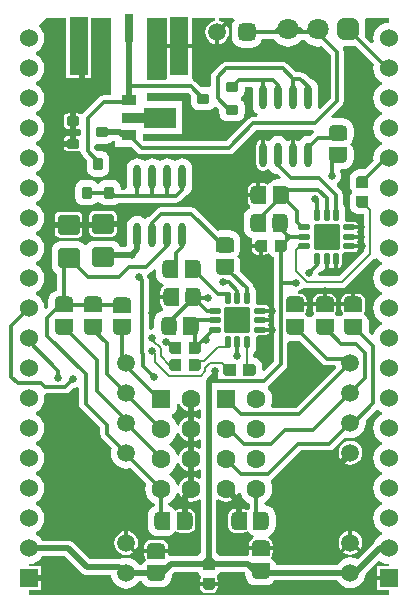
<source format=gtl>
G04 Layer_Physical_Order=1*
G04 Layer_Color=255*
%FSAX24Y24*%
%MOIN*%
G70*
G01*
G75*
G04:AMPARAMS|DCode=10|XSize=59.1mil|YSize=51.2mil|CornerRadius=12.8mil|HoleSize=0mil|Usage=FLASHONLY|Rotation=270.000|XOffset=0mil|YOffset=0mil|HoleType=Round|Shape=RoundedRectangle|*
%AMROUNDEDRECTD10*
21,1,0.0591,0.0256,0,0,270.0*
21,1,0.0335,0.0512,0,0,270.0*
1,1,0.0256,-0.0128,-0.0167*
1,1,0.0256,-0.0128,0.0167*
1,1,0.0256,0.0128,0.0167*
1,1,0.0256,0.0128,-0.0167*
%
%ADD10ROUNDEDRECTD10*%
G04:AMPARAMS|DCode=11|XSize=39.4mil|YSize=39.4mil|CornerRadius=9.8mil|HoleSize=0mil|Usage=FLASHONLY|Rotation=180.000|XOffset=0mil|YOffset=0mil|HoleType=Round|Shape=RoundedRectangle|*
%AMROUNDEDRECTD11*
21,1,0.0394,0.0197,0,0,180.0*
21,1,0.0197,0.0394,0,0,180.0*
1,1,0.0197,-0.0098,0.0098*
1,1,0.0197,0.0098,0.0098*
1,1,0.0197,0.0098,-0.0098*
1,1,0.0197,-0.0098,-0.0098*
%
%ADD11ROUNDEDRECTD11*%
G04:AMPARAMS|DCode=12|XSize=32mil|YSize=40mil|CornerRadius=4mil|HoleSize=0mil|Usage=FLASHONLY|Rotation=270.000|XOffset=0mil|YOffset=0mil|HoleType=Round|Shape=RoundedRectangle|*
%AMROUNDEDRECTD12*
21,1,0.0320,0.0320,0,0,270.0*
21,1,0.0240,0.0400,0,0,270.0*
1,1,0.0080,-0.0160,-0.0120*
1,1,0.0080,-0.0160,0.0120*
1,1,0.0080,0.0160,0.0120*
1,1,0.0080,0.0160,-0.0120*
%
%ADD12ROUNDEDRECTD12*%
%ADD13R,0.1063X0.0669*%
%ADD14R,0.0512X0.0354*%
%ADD15R,0.0748X0.0354*%
%ADD16R,0.0630X0.1929*%
%ADD17R,0.0276X0.0925*%
G04:AMPARAMS|DCode=18|XSize=39.4mil|YSize=39.4mil|CornerRadius=9.8mil|HoleSize=0mil|Usage=FLASHONLY|Rotation=90.000|XOffset=0mil|YOffset=0mil|HoleType=Round|Shape=RoundedRectangle|*
%AMROUNDEDRECTD18*
21,1,0.0394,0.0197,0,0,90.0*
21,1,0.0197,0.0394,0,0,90.0*
1,1,0.0197,0.0098,0.0098*
1,1,0.0197,0.0098,-0.0098*
1,1,0.0197,-0.0098,-0.0098*
1,1,0.0197,-0.0098,0.0098*
%
%ADD18ROUNDEDRECTD18*%
G04:AMPARAMS|DCode=19|XSize=59.1mil|YSize=51.2mil|CornerRadius=12.8mil|HoleSize=0mil|Usage=FLASHONLY|Rotation=0.000|XOffset=0mil|YOffset=0mil|HoleType=Round|Shape=RoundedRectangle|*
%AMROUNDEDRECTD19*
21,1,0.0591,0.0256,0,0,0.0*
21,1,0.0335,0.0512,0,0,0.0*
1,1,0.0256,0.0167,-0.0128*
1,1,0.0256,-0.0167,-0.0128*
1,1,0.0256,-0.0167,0.0128*
1,1,0.0256,0.0167,0.0128*
%
%ADD19ROUNDEDRECTD19*%
G04:AMPARAMS|DCode=20|XSize=70.9mil|YSize=65mil|CornerRadius=4.9mil|HoleSize=0mil|Usage=FLASHONLY|Rotation=0.000|XOffset=0mil|YOffset=0mil|HoleType=Round|Shape=RoundedRectangle|*
%AMROUNDEDRECTD20*
21,1,0.0709,0.0552,0,0,0.0*
21,1,0.0611,0.0650,0,0,0.0*
1,1,0.0097,0.0306,-0.0276*
1,1,0.0097,-0.0306,-0.0276*
1,1,0.0097,-0.0306,0.0276*
1,1,0.0097,0.0306,0.0276*
%
%ADD20ROUNDEDRECTD20*%
G04:AMPARAMS|DCode=21|XSize=32mil|YSize=40mil|CornerRadius=4mil|HoleSize=0mil|Usage=FLASHONLY|Rotation=0.000|XOffset=0mil|YOffset=0mil|HoleType=Round|Shape=RoundedRectangle|*
%AMROUNDEDRECTD21*
21,1,0.0320,0.0320,0,0,0.0*
21,1,0.0240,0.0400,0,0,0.0*
1,1,0.0080,0.0120,-0.0160*
1,1,0.0080,-0.0120,-0.0160*
1,1,0.0080,-0.0120,0.0160*
1,1,0.0080,0.0120,0.0160*
%
%ADD21ROUNDEDRECTD21*%
G04:AMPARAMS|DCode=22|XSize=17.7mil|YSize=43.3mil|CornerRadius=4.4mil|HoleSize=0mil|Usage=FLASHONLY|Rotation=90.000|XOffset=0mil|YOffset=0mil|HoleType=Round|Shape=RoundedRectangle|*
%AMROUNDEDRECTD22*
21,1,0.0177,0.0344,0,0,90.0*
21,1,0.0089,0.0433,0,0,90.0*
1,1,0.0089,0.0172,0.0044*
1,1,0.0089,0.0172,-0.0044*
1,1,0.0089,-0.0172,-0.0044*
1,1,0.0089,-0.0172,0.0044*
%
%ADD22ROUNDEDRECTD22*%
G04:AMPARAMS|DCode=23|XSize=17.7mil|YSize=43.3mil|CornerRadius=4.4mil|HoleSize=0mil|Usage=FLASHONLY|Rotation=0.000|XOffset=0mil|YOffset=0mil|HoleType=Round|Shape=RoundedRectangle|*
%AMROUNDEDRECTD23*
21,1,0.0177,0.0344,0,0,0.0*
21,1,0.0089,0.0433,0,0,0.0*
1,1,0.0089,0.0044,-0.0172*
1,1,0.0089,-0.0044,-0.0172*
1,1,0.0089,-0.0044,0.0172*
1,1,0.0089,0.0044,0.0172*
%
%ADD23ROUNDEDRECTD23*%
G04:AMPARAMS|DCode=24|XSize=84.6mil|YSize=84.6mil|CornerRadius=4.2mil|HoleSize=0mil|Usage=FLASHONLY|Rotation=90.000|XOffset=0mil|YOffset=0mil|HoleType=Round|Shape=RoundedRectangle|*
%AMROUNDEDRECTD24*
21,1,0.0846,0.0762,0,0,90.0*
21,1,0.0762,0.0846,0,0,90.0*
1,1,0.0085,0.0381,0.0381*
1,1,0.0085,0.0381,-0.0381*
1,1,0.0085,-0.0381,-0.0381*
1,1,0.0085,-0.0381,0.0381*
%
%ADD24ROUNDEDRECTD24*%
%ADD25O,0.0236X0.0827*%
%ADD26C,0.0197*%
%ADD27C,0.0118*%
%ADD28C,0.0079*%
%ADD29R,0.0256X0.0591*%
%ADD30R,0.0394X0.0217*%
%ADD31R,0.0217X0.0394*%
%ADD32R,0.0591X0.0256*%
%ADD33C,0.0591*%
%ADD34C,0.0709*%
G04:AMPARAMS|DCode=35|XSize=70.9mil|YSize=70.9mil|CornerRadius=17.7mil|HoleSize=0mil|Usage=FLASHONLY|Rotation=180.000|XOffset=0mil|YOffset=0mil|HoleType=Round|Shape=RoundedRectangle|*
%AMROUNDEDRECTD35*
21,1,0.0709,0.0354,0,0,180.0*
21,1,0.0354,0.0709,0,0,180.0*
1,1,0.0354,-0.0177,0.0177*
1,1,0.0354,0.0177,0.0177*
1,1,0.0354,0.0177,-0.0177*
1,1,0.0354,-0.0177,-0.0177*
%
%ADD35ROUNDEDRECTD35*%
G04:AMPARAMS|DCode=36|XSize=59.1mil|YSize=59.1mil|CornerRadius=14.8mil|HoleSize=0mil|Usage=FLASHONLY|Rotation=180.000|XOffset=0mil|YOffset=0mil|HoleType=Round|Shape=RoundedRectangle|*
%AMROUNDEDRECTD36*
21,1,0.0591,0.0295,0,0,180.0*
21,1,0.0295,0.0591,0,0,180.0*
1,1,0.0295,-0.0148,0.0148*
1,1,0.0295,0.0148,0.0148*
1,1,0.0295,0.0148,-0.0148*
1,1,0.0295,-0.0148,-0.0148*
%
%ADD36ROUNDEDRECTD36*%
%ADD37C,0.0630*%
G04:AMPARAMS|DCode=38|XSize=63mil|YSize=63mil|CornerRadius=7.9mil|HoleSize=0mil|Usage=FLASHONLY|Rotation=270.000|XOffset=0mil|YOffset=0mil|HoleType=Round|Shape=RoundedRectangle|*
%AMROUNDEDRECTD38*
21,1,0.0630,0.0472,0,0,270.0*
21,1,0.0472,0.0630,0,0,270.0*
1,1,0.0157,-0.0236,-0.0236*
1,1,0.0157,-0.0236,0.0236*
1,1,0.0157,0.0236,0.0236*
1,1,0.0157,0.0236,-0.0236*
%
%ADD38ROUNDEDRECTD38*%
%ADD39C,0.0600*%
%ADD40R,0.0600X0.0600*%
%ADD41C,0.0256*%
G36*
X045413Y034116D02*
X045480Y034029D01*
X045566Y033962D01*
X045667Y033921D01*
X045776Y033906D01*
X045884Y033921D01*
X045985Y033962D01*
X046021Y033990D01*
X046100Y033952D01*
Y033698D01*
X046021Y033659D01*
X045985Y033687D01*
X045884Y033729D01*
X045776Y033743D01*
X045667Y033729D01*
X045566Y033687D01*
X045480Y033621D01*
X045413Y033534D01*
X045375Y033443D01*
X045369Y033442D01*
X045293Y033464D01*
X045240Y033593D01*
X045155Y033704D01*
X045122Y033729D01*
X045133Y033819D01*
X045161Y033831D01*
X045222Y033878D01*
X045270Y033940D01*
X045299Y034011D01*
X045310Y034089D01*
Y034160D01*
X045388Y034175D01*
X045413Y034116D01*
D02*
G37*
G36*
X051994Y033978D02*
X052102Y033895D01*
X052124Y033886D01*
Y033807D01*
X052102Y033798D01*
X051994Y033715D01*
X051911Y033607D01*
X051859Y033481D01*
X051841Y033346D01*
X051859Y033212D01*
X051911Y033086D01*
X051994Y032978D01*
X052102Y032895D01*
X052124Y032886D01*
Y032807D01*
X052102Y032798D01*
X051994Y032715D01*
X051911Y032607D01*
X051859Y032481D01*
X051841Y032346D01*
X051859Y032212D01*
X051911Y032086D01*
X051994Y031978D01*
X052102Y031895D01*
X052124Y031886D01*
Y031807D01*
X052102Y031798D01*
X051994Y031715D01*
X051911Y031607D01*
X051859Y031481D01*
X051841Y031346D01*
X051859Y031212D01*
X051911Y031086D01*
X051994Y030978D01*
X052102Y030895D01*
X052124Y030886D01*
Y030807D01*
X052102Y030798D01*
X051994Y030715D01*
X051911Y030607D01*
X051859Y030481D01*
X051841Y030346D01*
X051859Y030212D01*
X051911Y030086D01*
X051994Y029978D01*
X052102Y029895D01*
X052124Y029886D01*
Y029807D01*
X052102Y029798D01*
X051994Y029715D01*
X051911Y029607D01*
X051882Y029538D01*
X051871Y029529D01*
X051335Y028993D01*
X051216Y029042D01*
X051083Y029060D01*
X050949Y029042D01*
X050825Y028990D01*
X050718Y028908D01*
X050636Y028801D01*
X048596D01*
X048594Y028820D01*
X048559Y028904D01*
X048504Y028976D01*
X048471Y029001D01*
X048435Y029043D01*
X048455Y029107D01*
X048473Y029134D01*
X048490Y029222D01*
Y029478D01*
X048473Y029567D01*
X048422Y029643D01*
X048351Y029690D01*
X048348Y029715D01*
X048351Y029772D01*
X048412Y029798D01*
X048484Y029853D01*
X048539Y029925D01*
X048574Y030008D01*
X048586Y030098D01*
Y030433D01*
X048574Y030523D01*
X048539Y030607D01*
X048484Y030679D01*
X048412Y030734D01*
X048328Y030769D01*
X048238Y030781D01*
X048222D01*
X048206Y030859D01*
X048209Y030861D01*
X048320Y030946D01*
X048405Y031057D01*
X048459Y031186D01*
X048477Y031325D01*
X048459Y031464D01*
X048424Y031547D01*
X048422Y031611D01*
X048459Y031652D01*
X048493Y031675D01*
X049432Y032614D01*
X050374D01*
X050458Y032631D01*
X050530Y032679D01*
X050912Y033060D01*
X050949Y033045D01*
X051083Y033027D01*
X051216Y033045D01*
X051341Y033096D01*
X051448Y033178D01*
X051530Y033285D01*
X051581Y033410D01*
X051599Y033543D01*
X051590Y033611D01*
X051960Y033980D01*
X051994Y033978D01*
D02*
G37*
G36*
X044603Y038637D02*
Y038494D01*
X044615Y038404D01*
X044650Y038320D01*
X044705Y038248D01*
X044777Y038193D01*
X044844Y038165D01*
X044857Y038111D01*
X044854Y038080D01*
X044806Y038048D01*
X044756Y037973D01*
X044738Y037884D01*
Y037549D01*
X044756Y037460D01*
X044806Y037385D01*
X044844Y037360D01*
X044825Y037278D01*
X044802Y037275D01*
X044718Y037240D01*
X044646Y037185D01*
X044591Y037113D01*
X044556Y037029D01*
X044544Y036939D01*
Y036714D01*
X044466Y036645D01*
X044459Y036646D01*
X044433Y036643D01*
X044355Y036703D01*
Y038287D01*
X044338Y038372D01*
X044311Y038411D01*
X044304Y038470D01*
X044325Y038510D01*
X044356Y038516D01*
X044428Y038564D01*
X044531Y038667D01*
X044603Y038637D01*
D02*
G37*
G36*
X049065Y036257D02*
X049395D01*
X050139Y035513D01*
X050211Y035465D01*
X050295Y035449D01*
X050579D01*
X050584Y035410D01*
X050600Y035372D01*
X049267Y034040D01*
X048483D01*
X048431Y034118D01*
X048459Y034186D01*
X048477Y034325D01*
X048459Y034464D01*
X048405Y034593D01*
X048345Y034671D01*
X048345Y034754D01*
X048356Y034776D01*
X048916Y035336D01*
X048964Y035408D01*
X048981Y035492D01*
Y036208D01*
X049040Y036260D01*
X049065Y036257D01*
D02*
G37*
G36*
X045375Y033206D02*
X045413Y033116D01*
X045480Y033029D01*
X045566Y032962D01*
X045667Y032921D01*
X045776Y032906D01*
X045884Y032921D01*
X045985Y032962D01*
X046021Y032990D01*
X046100Y032952D01*
Y032698D01*
X046021Y032659D01*
X045985Y032687D01*
X045884Y032729D01*
X045776Y032743D01*
X045667Y032729D01*
X045566Y032687D01*
X045480Y032621D01*
X045413Y032534D01*
X045375Y032443D01*
X045369Y032442D01*
X045293Y032464D01*
X045240Y032593D01*
X045155Y032704D01*
X045055Y032780D01*
X045049Y032825D01*
X045055Y032869D01*
X045155Y032946D01*
X045240Y033057D01*
X045293Y033186D01*
X045369Y033208D01*
X045375Y033206D01*
D02*
G37*
G36*
X041992Y034712D02*
X042033Y034684D01*
Y034173D01*
X042050Y034089D01*
X042098Y034017D01*
X042742Y033373D01*
Y033167D01*
X042759Y033083D01*
X042806Y033011D01*
X043119Y032699D01*
X043104Y032661D01*
X043086Y032528D01*
X043104Y032394D01*
X043155Y032269D01*
X043237Y032163D01*
X043344Y032080D01*
X043469Y032029D01*
X043602Y032011D01*
X043736Y032029D01*
X043752Y032036D01*
X044277Y031511D01*
X044258Y031464D01*
X044240Y031325D01*
X044258Y031186D01*
X044311Y031057D01*
X044397Y030946D01*
X044508Y030861D01*
X044555Y030841D01*
Y030756D01*
X044501Y030734D01*
X044430Y030679D01*
X044374Y030607D01*
X044340Y030523D01*
X044328Y030433D01*
Y030098D01*
X044340Y030008D01*
X044374Y029925D01*
X044430Y029853D01*
X044501Y029798D01*
X044585Y029763D01*
X044675Y029751D01*
X044931D01*
X045021Y029763D01*
X045105Y029798D01*
X045177Y029853D01*
X045202Y029885D01*
X045244Y029921D01*
X045308Y029902D01*
X045334Y029884D01*
X045423Y029866D01*
X045679D01*
X045768Y029884D01*
X045843Y029934D01*
X045894Y030009D01*
X045912Y030098D01*
Y030433D01*
X045894Y030522D01*
X045843Y030597D01*
X045768Y030648D01*
X045679Y030665D01*
X045423D01*
X045334Y030648D01*
X045308Y030630D01*
X045244Y030610D01*
X045202Y030647D01*
X045177Y030679D01*
X045105Y030734D01*
X045022Y030768D01*
X045021Y030772D01*
X045015Y030849D01*
X045044Y030861D01*
X045155Y030946D01*
X045240Y031057D01*
X045293Y031186D01*
X045369Y031208D01*
X045375Y031206D01*
X045413Y031116D01*
X045480Y031029D01*
X045566Y030962D01*
X045667Y030921D01*
X045776Y030906D01*
X045884Y030921D01*
X045985Y030962D01*
X046021Y030990D01*
X046100Y030952D01*
Y029202D01*
X046035Y029152D01*
X045985Y029087D01*
X045098D01*
X045074Y029084D01*
X045010Y029141D01*
X045006Y029151D01*
Y029400D01*
X044988Y029489D01*
X044938Y029564D01*
X044863Y029614D01*
X044774Y029632D01*
X044439D01*
X044350Y029614D01*
X044275Y029564D01*
X044224Y029489D01*
X044207Y029400D01*
Y029144D01*
X044224Y029055D01*
X044242Y029028D01*
X044262Y028964D01*
X044225Y028922D01*
X044193Y028897D01*
X044138Y028825D01*
X044124Y028790D01*
X044049Y028786D01*
X043967Y028893D01*
X043860Y028975D01*
X043736Y029026D01*
X043602Y029044D01*
X043469Y029026D01*
X043354Y028979D01*
X042410D01*
X041860Y029529D01*
X041806Y029570D01*
X041744Y029596D01*
X041677Y029605D01*
X040807D01*
X040806Y029607D01*
X040723Y029715D01*
X040615Y029798D01*
X040592Y029807D01*
Y029886D01*
X040615Y029895D01*
X040723Y029978D01*
X040806Y030086D01*
X040858Y030212D01*
X040875Y030346D01*
X040858Y030481D01*
X040806Y030607D01*
X040723Y030715D01*
X040615Y030798D01*
X040592Y030807D01*
Y030886D01*
X040615Y030895D01*
X040723Y030978D01*
X040806Y031086D01*
X040858Y031212D01*
X040875Y031346D01*
X040858Y031481D01*
X040806Y031607D01*
X040723Y031715D01*
X040615Y031798D01*
X040592Y031807D01*
Y031886D01*
X040615Y031895D01*
X040723Y031978D01*
X040806Y032086D01*
X040858Y032212D01*
X040875Y032346D01*
X040858Y032481D01*
X040806Y032607D01*
X040723Y032715D01*
X040615Y032798D01*
X040592Y032807D01*
Y032886D01*
X040615Y032895D01*
X040723Y032978D01*
X040806Y033086D01*
X040858Y033212D01*
X040875Y033346D01*
X040858Y033481D01*
X040806Y033607D01*
X040723Y033715D01*
X040615Y033798D01*
X040592Y033807D01*
Y033886D01*
X040615Y033895D01*
X040723Y033978D01*
X040806Y034086D01*
X040858Y034212D01*
X040875Y034346D01*
X040863Y034440D01*
X040872Y034459D01*
X040918Y034508D01*
X040929Y034513D01*
X041575D01*
X041659Y034530D01*
X041731Y034578D01*
X041849Y034696D01*
X041895Y034702D01*
X041954Y034727D01*
X041992Y034712D01*
D02*
G37*
G36*
X042121Y028538D02*
X042174Y028497D01*
X042236Y028471D01*
X042303Y028462D01*
X043095D01*
X043104Y028394D01*
X043155Y028269D01*
X043237Y028163D01*
X043344Y028080D01*
X043469Y028029D01*
X043602Y028011D01*
X043736Y028029D01*
X043860Y028080D01*
X043967Y028163D01*
X044046Y028265D01*
X044122Y028260D01*
X044138Y028222D01*
X044193Y028150D01*
X044265Y028095D01*
X044349Y028060D01*
X044439Y028048D01*
X044774D01*
X044864Y028060D01*
X044947Y028095D01*
X045019Y028150D01*
X045075Y028222D01*
X045109Y028306D01*
X045121Y028396D01*
Y028486D01*
X045205Y028571D01*
X045985D01*
X046035Y028506D01*
X046080Y028471D01*
X046100Y028433D01*
X046097Y028372D01*
X046073Y028335D01*
X046058Y028258D01*
Y028061D01*
X046073Y027984D01*
X046117Y027918D01*
X046182Y027874D01*
X046260Y027859D01*
X046457D01*
X046534Y027874D01*
X046600Y027918D01*
X046644Y027984D01*
X046659Y028061D01*
Y028258D01*
X046644Y028335D01*
X046619Y028372D01*
X046617Y028433D01*
X046636Y028471D01*
X046681Y028506D01*
X046731Y028571D01*
X047551D01*
X047576Y028545D01*
Y028474D01*
X047588Y028384D01*
X047622Y028301D01*
X047678Y028229D01*
X047750Y028173D01*
X047833Y028139D01*
X047923Y028127D01*
X048258D01*
X048348Y028139D01*
X048432Y028173D01*
X048504Y028229D01*
X048547Y028285D01*
X050636D01*
X050718Y028178D01*
X050825Y028096D01*
X050949Y028045D01*
X051083Y028027D01*
X051216Y028045D01*
X051341Y028096D01*
X051448Y028178D01*
X051530Y028285D01*
X051581Y028410D01*
X051596Y028525D01*
X052025Y028954D01*
X052102Y028895D01*
X052227Y028843D01*
X052362Y028825D01*
Y028746D01*
X051962D01*
Y027946D01*
X052362D01*
Y027780D01*
X040354D01*
Y027946D01*
X040754D01*
Y028746D01*
X040354D01*
Y028825D01*
X040489Y028843D01*
X040615Y028895D01*
X040723Y028978D01*
X040806Y029086D01*
X040807Y029088D01*
X041570D01*
X042121Y028538D01*
D02*
G37*
G36*
X045375Y032206D02*
X045413Y032116D01*
X045480Y032029D01*
X045566Y031962D01*
X045667Y031921D01*
X045776Y031906D01*
X045884Y031921D01*
X045985Y031962D01*
X046021Y031990D01*
X046100Y031952D01*
Y031698D01*
X046021Y031659D01*
X045985Y031687D01*
X045884Y031729D01*
X045776Y031743D01*
X045667Y031729D01*
X045566Y031687D01*
X045480Y031621D01*
X045413Y031534D01*
X045375Y031443D01*
X045369Y031442D01*
X045293Y031464D01*
X045240Y031593D01*
X045155Y031704D01*
X045055Y031780D01*
X045049Y031825D01*
X045055Y031869D01*
X045155Y031946D01*
X045240Y032057D01*
X045293Y032186D01*
X045369Y032208D01*
X045375Y032206D01*
D02*
G37*
G36*
X047423Y031186D02*
X047477Y031057D01*
X047562Y030946D01*
X047673Y030861D01*
X047720Y030841D01*
Y030663D01*
X047660Y030613D01*
X047606Y030630D01*
X047579Y030648D01*
X047490Y030665D01*
X047234D01*
X047145Y030648D01*
X047070Y030597D01*
X047020Y030522D01*
X047002Y030433D01*
Y030098D01*
X047020Y030009D01*
X047070Y029934D01*
X047145Y029884D01*
X047234Y029866D01*
X047490D01*
X047579Y029884D01*
X047606Y029902D01*
X047670Y029921D01*
X047712Y029885D01*
X047737Y029853D01*
X047809Y029798D01*
X047856Y029778D01*
X047848Y029696D01*
X047834Y029693D01*
X047759Y029643D01*
X047709Y029567D01*
X047691Y029478D01*
Y029222D01*
X047703Y029160D01*
X047669Y029105D01*
X047667Y029103D01*
X047645Y029087D01*
X046731D01*
X046681Y029152D01*
X046616Y029202D01*
Y030952D01*
X046695Y030990D01*
X046732Y030962D01*
X046833Y030921D01*
X046941Y030906D01*
X047049Y030921D01*
X047150Y030962D01*
X047237Y031029D01*
X047303Y031116D01*
X047341Y031206D01*
X047347Y031208D01*
X047423Y031186D01*
D02*
G37*
G36*
X051994Y038978D02*
X052102Y038895D01*
X052124Y038886D01*
Y038807D01*
X052102Y038798D01*
X051994Y038715D01*
X051911Y038607D01*
X051859Y038481D01*
X051841Y038346D01*
X051859Y038212D01*
X051911Y038086D01*
X051994Y037978D01*
X052102Y037895D01*
X052124Y037886D01*
Y037807D01*
X052102Y037798D01*
X051994Y037715D01*
X051911Y037607D01*
X051859Y037481D01*
X051841Y037346D01*
X051859Y037212D01*
X051911Y037086D01*
X051994Y036978D01*
X052102Y036895D01*
X052124Y036886D01*
Y036807D01*
X052102Y036798D01*
X051994Y036715D01*
X051911Y036607D01*
X051867Y036500D01*
X051786Y036469D01*
X051691Y036565D01*
X051696Y036604D01*
Y036860D01*
X051684Y036950D01*
X051649Y037034D01*
X051594Y037106D01*
X051562Y037131D01*
X051526Y037173D01*
X051545Y037237D01*
X051563Y037263D01*
X051581Y037352D01*
Y037608D01*
X051563Y037697D01*
X051513Y037773D01*
X051437Y037823D01*
X051348Y037841D01*
X051014D01*
X050925Y037823D01*
X050849Y037773D01*
X050799Y037697D01*
X050781Y037608D01*
Y037352D01*
X050799Y037263D01*
X050817Y037237D01*
X050836Y037173D01*
X050800Y037131D01*
X050768Y037106D01*
X050748Y037080D01*
X050650D01*
X050630Y037106D01*
X050597Y037131D01*
X050561Y037173D01*
X050581Y037237D01*
X050599Y037263D01*
X050616Y037352D01*
Y037608D01*
X050599Y037697D01*
X050548Y037773D01*
X050473Y037823D01*
X050384Y037841D01*
X050049D01*
X049960Y037823D01*
X049885Y037773D01*
X049834Y037697D01*
X049817Y037608D01*
Y037352D01*
X049834Y037263D01*
X049852Y037237D01*
X049872Y037173D01*
X049836Y037131D01*
X049804Y037106D01*
X049772Y037065D01*
X049762Y037061D01*
X049687D01*
X049677Y037065D01*
X049645Y037106D01*
X049613Y037131D01*
X049577Y037173D01*
X049597Y037237D01*
X049614Y037263D01*
X049632Y037352D01*
Y037608D01*
X049614Y037697D01*
X049564Y037773D01*
X049489Y037823D01*
X049400Y037841D01*
X049341D01*
X049336Y037919D01*
X049346Y037921D01*
X049416Y037949D01*
X049475Y037995D01*
X049521Y038055D01*
X049540Y038061D01*
X049567Y038043D01*
X049644Y038028D01*
X050807D01*
X050884Y038043D01*
X050949Y038086D01*
X051871Y039009D01*
X051962Y039020D01*
X051994Y038978D01*
D02*
G37*
G36*
X043110Y044453D02*
X042864D01*
X042780Y044436D01*
X042708Y044388D01*
X042167Y043847D01*
X042144Y043813D01*
X042094D01*
X042048Y043844D01*
X041993Y043855D01*
X041673D01*
X041618Y043844D01*
X041572Y043813D01*
X041541Y043767D01*
X041530Y043713D01*
Y043473D01*
X041541Y043418D01*
X041572Y043372D01*
X041618Y043341D01*
X041673Y043330D01*
X041993D01*
X042023Y043336D01*
X042087Y043298D01*
X042102Y043282D01*
Y043155D01*
X042087Y043139D01*
X042023Y043101D01*
X041993Y043107D01*
X041673D01*
X041618Y043096D01*
X041572Y043065D01*
X041541Y043019D01*
X041530Y042964D01*
Y042724D01*
X041541Y042670D01*
X041572Y042624D01*
X041618Y042593D01*
X041673Y042582D01*
X041993D01*
X042023Y042588D01*
X042035Y042586D01*
X042091Y042555D01*
X042110Y042540D01*
X042119Y042494D01*
X042167Y042423D01*
X042289Y042301D01*
Y042003D01*
X042297Y041936D01*
X042323Y041874D01*
X042364Y041820D01*
X042418Y041779D01*
X042480Y041753D01*
X042547Y041744D01*
X042787D01*
X042854Y041753D01*
X042917Y041779D01*
X042970Y041820D01*
X043011Y041874D01*
X043037Y041936D01*
X043046Y042003D01*
Y042323D01*
X043037Y042390D01*
X043011Y042452D01*
X042970Y042506D01*
X042917Y042547D01*
X042854Y042573D01*
X042787Y042582D01*
X042632D01*
X042544Y042670D01*
Y042778D01*
X042622Y042841D01*
X042633Y042840D01*
X042953D01*
X043020Y042849D01*
X043082Y042874D01*
X043136Y042916D01*
X043154Y042938D01*
X043232Y042912D01*
Y042726D01*
X043792D01*
X043968Y042551D01*
X044040Y042503D01*
X044124Y042486D01*
X047037D01*
X047122Y042503D01*
X047194Y042551D01*
X047936Y043293D01*
X049850D01*
X049874Y043214D01*
X049834Y043188D01*
X049731Y043085D01*
X049667Y043093D01*
X049580Y043082D01*
X049499Y043048D01*
X049429Y042995D01*
X049395Y042950D01*
X049351Y042927D01*
X049294Y042934D01*
X049252Y042961D01*
X049167Y042978D01*
X049082Y042961D01*
X049041Y042934D01*
X048983Y042927D01*
X048940Y042950D01*
X048906Y042995D01*
X048836Y043048D01*
X048755Y043082D01*
X048667Y043093D01*
X048580Y043082D01*
X048499Y043048D01*
X048429Y042995D01*
X048395Y042950D01*
X048351Y042927D01*
X048294Y042934D01*
X048252Y042961D01*
X048167Y042978D01*
X048082Y042961D01*
X048010Y042913D01*
X047962Y042841D01*
X047945Y042756D01*
Y042165D01*
X047962Y042080D01*
X048010Y042008D01*
X048082Y041960D01*
X048167Y041943D01*
X048252Y041960D01*
X048294Y041987D01*
X048351Y041994D01*
X048395Y041971D01*
X048429Y041927D01*
X048499Y041873D01*
X048580Y041839D01*
X048644Y041831D01*
X048756Y041719D01*
X048726Y041647D01*
X048632D01*
X048542Y041635D01*
X048458Y041600D01*
X048386Y041545D01*
X048361Y041513D01*
X048319Y041477D01*
X048255Y041496D01*
X048229Y041514D01*
X048140Y041532D01*
X047884D01*
X047795Y041514D01*
X047720Y041464D01*
X047669Y041388D01*
X047651Y041299D01*
Y040965D01*
X047669Y040876D01*
X047720Y040800D01*
X047749Y040780D01*
X047740Y040692D01*
X047700Y040675D01*
X047628Y040620D01*
X047573Y040548D01*
X047538Y040464D01*
X047527Y040374D01*
Y040039D01*
X047538Y039949D01*
X047573Y039866D01*
X047628Y039794D01*
X047700Y039738D01*
X047773Y039708D01*
X047791Y039680D01*
X047809Y039621D01*
X047805Y039615D01*
X047790Y039537D01*
Y039341D01*
X047805Y039263D01*
X047849Y039197D01*
X047915Y039154D01*
X047992Y039138D01*
X048189D01*
X048266Y039154D01*
X048303Y039178D01*
X048364Y039181D01*
X048402Y039161D01*
X048437Y039116D01*
X048503Y039065D01*
X048539Y039050D01*
Y038199D01*
Y035584D01*
X048211Y035256D01*
X048133Y035289D01*
Y035404D01*
X048122Y035486D01*
X048090Y035562D01*
X048040Y035628D01*
X047974Y035679D01*
X047897Y035710D01*
X047829Y035719D01*
Y035836D01*
X047858Y035858D01*
X047900Y035913D01*
X047926Y035976D01*
X047935Y036044D01*
Y036389D01*
X047935Y036391D01*
X047987Y036450D01*
X048225D01*
X048282Y036462D01*
X048329Y036493D01*
X048361Y036541D01*
X048373Y036597D01*
Y036686D01*
X048361Y036742D01*
X048329Y036790D01*
Y036808D01*
X048361Y036856D01*
X048373Y036912D01*
Y037001D01*
X048361Y037057D01*
X048329Y037105D01*
Y037123D01*
X048361Y037171D01*
X048373Y037227D01*
Y037316D01*
X048361Y037372D01*
X048329Y037420D01*
X048282Y037452D01*
X048225Y037463D01*
X047987D01*
X047935Y037522D01*
X047935Y037525D01*
Y037869D01*
X047926Y037937D01*
X047900Y038001D01*
X047858Y038055D01*
X047841Y038068D01*
X047832Y038116D01*
X047784Y038188D01*
X047409Y038563D01*
X047414Y038602D01*
Y038858D01*
X047403Y038948D01*
X047368Y039032D01*
X047313Y039104D01*
Y039105D01*
X047368Y039177D01*
X047403Y039260D01*
X047414Y039350D01*
Y039606D01*
X047403Y039696D01*
X047368Y039780D01*
X047313Y039852D01*
X047241Y039907D01*
X047157Y039942D01*
X047067Y039954D01*
X046732D01*
X046649Y039943D01*
X045934Y040658D01*
X045862Y040706D01*
X045778Y040723D01*
X044774D01*
X044689Y040706D01*
X044618Y040658D01*
X044365Y040405D01*
X044306Y040381D01*
X044284Y040364D01*
X044224Y040333D01*
X044165Y040364D01*
X044143Y040381D01*
X044062Y040415D01*
X043974Y040426D01*
X043887Y040415D01*
X043806Y040381D01*
X043736Y040327D01*
X043682Y040257D01*
X043648Y040176D01*
X043637Y040089D01*
Y039498D01*
X043640Y039471D01*
X043575Y039392D01*
X043401D01*
X043399Y039410D01*
X043372Y039475D01*
X043329Y039530D01*
X043274Y039573D01*
X043210Y039599D01*
X043140Y039609D01*
X042529D01*
X042460Y039599D01*
X042395Y039573D01*
X042340Y039530D01*
X042297Y039475D01*
X042211Y039471D01*
X042188Y039501D01*
X042132Y039543D01*
X042068Y039570D01*
X041999Y039579D01*
X041387D01*
X041318Y039570D01*
X041254Y039543D01*
X041198Y039501D01*
X041156Y039445D01*
X041129Y039381D01*
X041120Y039312D01*
Y038759D01*
X041129Y038690D01*
X041156Y038626D01*
X041198Y038570D01*
X041254Y038528D01*
X041305Y038506D01*
Y037949D01*
X041268Y037944D01*
X041185Y037909D01*
X041113Y037854D01*
X041057Y037782D01*
X041023Y037698D01*
X041011Y037608D01*
Y037386D01*
X040943Y037318D01*
X040874Y037360D01*
X040858Y037481D01*
X040806Y037607D01*
X040723Y037715D01*
X040615Y037798D01*
X040592Y037807D01*
Y037886D01*
X040615Y037895D01*
X040723Y037978D01*
X040806Y038086D01*
X040858Y038212D01*
X040875Y038346D01*
X040858Y038481D01*
X040806Y038607D01*
X040723Y038715D01*
X040615Y038798D01*
X040592Y038807D01*
Y038886D01*
X040615Y038895D01*
X040723Y038978D01*
X040806Y039086D01*
X040858Y039212D01*
X040875Y039346D01*
X040858Y039481D01*
X040806Y039607D01*
X040723Y039715D01*
X040615Y039798D01*
X040592Y039807D01*
Y039886D01*
X040615Y039895D01*
X040723Y039978D01*
X040806Y040086D01*
X040858Y040212D01*
X040875Y040346D01*
X040858Y040481D01*
X040806Y040607D01*
X040723Y040715D01*
X040615Y040798D01*
X040592Y040807D01*
Y040886D01*
X040615Y040895D01*
X040723Y040978D01*
X040806Y041086D01*
X040858Y041212D01*
X040875Y041346D01*
X040858Y041481D01*
X040806Y041607D01*
X040723Y041715D01*
X040615Y041798D01*
X040592Y041807D01*
Y041886D01*
X040615Y041895D01*
X040723Y041978D01*
X040806Y042086D01*
X040858Y042212D01*
X040875Y042346D01*
X040858Y042481D01*
X040806Y042607D01*
X040723Y042715D01*
X040615Y042798D01*
X040592Y042807D01*
Y042886D01*
X040615Y042895D01*
X040723Y042978D01*
X040806Y043086D01*
X040858Y043212D01*
X040875Y043346D01*
X040858Y043481D01*
X040806Y043607D01*
X040723Y043715D01*
X040615Y043798D01*
X040592Y043807D01*
Y043886D01*
X040615Y043895D01*
X040723Y043978D01*
X040806Y044086D01*
X040858Y044212D01*
X040875Y044346D01*
X040858Y044481D01*
X040806Y044607D01*
X040723Y044715D01*
X040615Y044798D01*
X040592Y044807D01*
Y044886D01*
X040615Y044895D01*
X040723Y044978D01*
X040806Y045086D01*
X040858Y045212D01*
X040875Y045346D01*
X040858Y045481D01*
X040806Y045607D01*
X040723Y045715D01*
X040615Y045798D01*
X040592Y045807D01*
Y045886D01*
X040615Y045895D01*
X040723Y045978D01*
X040806Y046086D01*
X040858Y046212D01*
X040875Y046346D01*
X040858Y046481D01*
X040806Y046607D01*
X040723Y046715D01*
X040708Y046726D01*
X040703Y046805D01*
X040921Y047023D01*
X041613D01*
Y045018D01*
X042443D01*
Y047023D01*
X043110D01*
Y044453D01*
D02*
G37*
G36*
X047830Y044685D02*
Y044094D01*
X047841Y044007D01*
X047875Y043926D01*
X047929Y043856D01*
X047984Y043813D01*
X047973Y043754D01*
X047963Y043735D01*
X047844D01*
X047760Y043718D01*
X047688Y043670D01*
X046946Y042927D01*
X044215D01*
X044177Y042966D01*
Y043159D01*
X045476D01*
Y044262D01*
X044291D01*
Y044533D01*
X045669D01*
X045755Y044447D01*
Y044221D01*
X045764Y044154D01*
X045789Y044091D01*
X045831Y044038D01*
X045884Y043996D01*
X045947Y043971D01*
X046014Y043962D01*
X046334D01*
X046401Y043971D01*
X046463Y043996D01*
X046517Y044038D01*
X046528Y044052D01*
X046626Y044066D01*
X046715Y043977D01*
Y043847D01*
X046724Y043780D01*
X046749Y043717D01*
X046791Y043664D01*
X046844Y043622D01*
X046907Y043597D01*
X046974Y043588D01*
X047294D01*
X047361Y043597D01*
X047423Y043622D01*
X047477Y043664D01*
X047518Y043717D01*
X047543Y043780D01*
X047552Y043847D01*
Y044087D01*
X047543Y044153D01*
X047518Y044216D01*
X047477Y044269D01*
X047444Y044294D01*
X047438Y044317D01*
Y044364D01*
X047444Y044387D01*
X047477Y044412D01*
X047518Y044465D01*
X047543Y044528D01*
X047552Y044595D01*
Y044730D01*
X047790D01*
X047830Y044685D01*
D02*
G37*
G36*
X044959Y045018D02*
X044898Y044975D01*
X044291D01*
Y047023D01*
X044959D01*
Y045018D01*
D02*
G37*
G36*
X052362Y046867D02*
X052227Y046850D01*
X052102Y046798D01*
X051994Y046715D01*
X051911Y046607D01*
X051859Y046481D01*
X051841Y046346D01*
X051858Y046219D01*
X051852Y046213D01*
X051767Y046199D01*
X051564Y046401D01*
X051574Y046476D01*
Y046831D01*
X051561Y046933D01*
X051551Y046958D01*
X051594Y047023D01*
X052362D01*
Y046867D01*
D02*
G37*
G36*
X047197Y047005D02*
X047217Y046945D01*
X047172Y046886D01*
X047135Y046798D01*
X047123Y046703D01*
Y046407D01*
X047135Y046312D01*
X047172Y046224D01*
X047230Y046148D01*
X047306Y046089D01*
X047395Y046053D01*
X047490Y046040D01*
X047785D01*
X047881Y046053D01*
X047969Y046089D01*
X048045Y046148D01*
X048104Y046224D01*
X048140Y046312D01*
X048143Y046334D01*
X048525D01*
X048593Y046246D01*
X048712Y046155D01*
X048851Y046097D01*
X049000Y046078D01*
X049149Y046097D01*
X049288Y046155D01*
X049407Y046246D01*
X049456Y046311D01*
X049544D01*
X049593Y046246D01*
X049712Y046155D01*
X049851Y046097D01*
X050000Y046078D01*
X050129Y046095D01*
X050419Y045804D01*
Y044353D01*
X050073Y044007D01*
X049998Y044044D01*
X050005Y044094D01*
Y044685D01*
X049993Y044772D01*
X049960Y044854D01*
X049906Y044924D01*
X049836Y044977D01*
X049755Y045011D01*
X049718Y045016D01*
X049571Y045162D01*
X049500Y045210D01*
X049415Y045227D01*
X049259D01*
X048975Y045510D01*
X048903Y045558D01*
X048819Y045575D01*
X046949D01*
X046864Y045558D01*
X046793Y045510D01*
X046497Y045215D01*
X046450Y045144D01*
X046433Y045059D01*
Y044776D01*
X046354Y044717D01*
X046334Y044719D01*
X046107D01*
X045916Y044910D01*
X045845Y044958D01*
X045837Y044959D01*
X045789Y045018D01*
Y047023D01*
X046563D01*
X046568Y046945D01*
X046535Y046940D01*
X046438Y046900D01*
X046356Y046837D01*
X046293Y046754D01*
X046253Y046658D01*
X046239Y046555D01*
X046253Y046452D01*
X046293Y046356D01*
X046356Y046273D01*
X046438Y046210D01*
X046535Y046170D01*
X046638Y046156D01*
X046741Y046170D01*
X046837Y046210D01*
X046920Y046273D01*
X046983Y046356D01*
X047023Y046452D01*
X047036Y046555D01*
X047023Y046658D01*
X046983Y046754D01*
X046920Y046837D01*
X046837Y046900D01*
X046741Y046940D01*
X046708Y046945D01*
X046713Y047023D01*
X047182D01*
X047197Y047005D01*
D02*
G37*
G36*
X051859Y045482D02*
X051859Y045481D01*
X051841Y045346D01*
X051859Y045212D01*
X051911Y045086D01*
X051994Y044978D01*
X052102Y044895D01*
X052124Y044886D01*
Y044807D01*
X052102Y044798D01*
X051994Y044715D01*
X051911Y044607D01*
X051859Y044481D01*
X051841Y044346D01*
X051859Y044212D01*
X051911Y044086D01*
X051994Y043978D01*
X052102Y043895D01*
X052124Y043886D01*
Y043807D01*
X052102Y043798D01*
X051994Y043715D01*
X051911Y043607D01*
X051859Y043481D01*
X051841Y043346D01*
X051859Y043212D01*
X051911Y043086D01*
X051994Y042978D01*
X052102Y042895D01*
X052124Y042886D01*
Y042807D01*
X052102Y042798D01*
X051994Y042715D01*
X051911Y042607D01*
X051859Y042481D01*
X051841Y042346D01*
X051853Y042254D01*
X051580Y041980D01*
X051575Y041981D01*
X051378D01*
X051296Y041970D01*
X051219Y041939D01*
X051153Y041888D01*
X051103Y041822D01*
X051071Y041746D01*
X051060Y041663D01*
Y041467D01*
X051071Y041384D01*
X051103Y041308D01*
X051117Y041290D01*
X051147Y041230D01*
X051117Y041171D01*
X051103Y041153D01*
X051071Y041076D01*
X051060Y040994D01*
Y040797D01*
X051071Y040715D01*
X051103Y040638D01*
X051153Y040573D01*
X051219Y040522D01*
X051296Y040490D01*
X051378Y040480D01*
X051541D01*
Y039247D01*
X050724Y038429D01*
X050044D01*
X049998Y038493D01*
X050041Y038560D01*
X050083Y038566D01*
X050146Y038592D01*
X050201Y038634D01*
X050232Y038675D01*
X050241Y038673D01*
X050330D01*
X050386Y038684D01*
X050443Y038711D01*
X050500Y038684D01*
X050556Y038673D01*
X050645D01*
X050701Y038684D01*
X050749Y038716D01*
X050781Y038764D01*
X050792Y038820D01*
Y039158D01*
X050795Y039167D01*
X050851Y039223D01*
X050860Y039226D01*
X051198D01*
X051254Y039237D01*
X051302Y039269D01*
X051334Y039317D01*
X051345Y039373D01*
Y039462D01*
X051334Y039518D01*
X051302Y039566D01*
Y039584D01*
X051334Y039632D01*
X051345Y039688D01*
Y039777D01*
X051334Y039833D01*
X051302Y039881D01*
Y039899D01*
X051334Y039947D01*
X051345Y040003D01*
Y040092D01*
X051334Y040148D01*
X051302Y040196D01*
X051254Y040227D01*
X051198Y040239D01*
X050959D01*
X050907Y040298D01*
X050908Y040300D01*
Y040645D01*
X050899Y040713D01*
X050873Y040776D01*
X050831Y040831D01*
X050821Y040838D01*
Y041142D01*
X050804Y041226D01*
X050757Y041298D01*
X050617Y041437D01*
X050637Y041528D01*
X050676Y041558D01*
X050722Y041618D01*
X050751Y041687D01*
X050760Y041762D01*
X050751Y041836D01*
X050722Y041906D01*
X050721Y041906D01*
X050760Y041985D01*
X050837D01*
X050927Y041997D01*
X051010Y042032D01*
X051082Y042087D01*
X051138Y042159D01*
X051172Y042243D01*
X051184Y042333D01*
Y042589D01*
X051172Y042679D01*
X051138Y042762D01*
X051082Y042834D01*
Y042835D01*
X051138Y042907D01*
X051172Y042991D01*
X051184Y043081D01*
Y043337D01*
X051172Y043427D01*
X051138Y043510D01*
X051082Y043582D01*
X051010Y043638D01*
X050927Y043672D01*
X050837Y043684D01*
X050502D01*
X050483Y043682D01*
X050446Y043756D01*
X050796Y044106D01*
X050844Y044177D01*
X050861Y044262D01*
Y045896D01*
X050844Y045980D01*
X050830Y046001D01*
X050872Y046079D01*
X051177D01*
X051252Y046089D01*
X051859Y045482D01*
D02*
G37*
%LPC*%
G36*
X051083Y029942D02*
X050979Y029928D01*
X050883Y029889D01*
X050801Y029825D01*
X050737Y029743D01*
X050698Y029646D01*
X050684Y029543D01*
X050698Y029440D01*
X050737Y029344D01*
X050801Y029261D01*
X050883Y029198D01*
X050979Y029158D01*
X051083Y029145D01*
X051186Y029158D01*
X051282Y029198D01*
X051365Y029261D01*
X051428Y029344D01*
X051468Y029440D01*
X051481Y029543D01*
X051468Y029646D01*
X051428Y029743D01*
X051365Y029825D01*
X051282Y029889D01*
X051186Y029928D01*
X051083Y029942D01*
D02*
G37*
G36*
Y032942D02*
X050979Y032928D01*
X050883Y032889D01*
X050801Y032825D01*
X050737Y032743D01*
X050698Y032646D01*
X050684Y032543D01*
X050698Y032440D01*
X050737Y032344D01*
X050801Y032261D01*
X050883Y032198D01*
X050979Y032158D01*
X051083Y032145D01*
X051186Y032158D01*
X051282Y032198D01*
X051365Y032261D01*
X051428Y032344D01*
X051468Y032440D01*
X051481Y032543D01*
X051468Y032646D01*
X051428Y032743D01*
X051365Y032825D01*
X051282Y032889D01*
X051186Y032928D01*
X051083Y032942D01*
D02*
G37*
G36*
X043602Y029926D02*
X043499Y029913D01*
X043403Y029873D01*
X043320Y029809D01*
X043257Y029727D01*
X043217Y029631D01*
X043204Y029528D01*
X043217Y029424D01*
X043257Y029328D01*
X043320Y029246D01*
X043403Y029182D01*
X043499Y029142D01*
X043602Y029129D01*
X043706Y029142D01*
X043802Y029182D01*
X043884Y029246D01*
X043948Y029328D01*
X043987Y029424D01*
X044001Y029528D01*
X043987Y029631D01*
X043948Y029727D01*
X043884Y029809D01*
X043802Y029873D01*
X043706Y029913D01*
X043602Y029926D01*
D02*
G37*
G36*
X043140Y040595D02*
X042529D01*
X042471Y040584D01*
X042422Y040551D01*
X042389Y040501D01*
X042377Y040443D01*
Y039891D01*
X042389Y039833D01*
X042422Y039784D01*
X042471Y039751D01*
X042529Y039740D01*
X043140D01*
X043198Y039751D01*
X043247Y039784D01*
X043280Y039833D01*
X043292Y039891D01*
Y040443D01*
X043280Y040501D01*
X043247Y040551D01*
X043198Y040584D01*
X043140Y040595D01*
D02*
G37*
G36*
X041999Y040566D02*
X041387D01*
X041329Y040554D01*
X041280Y040521D01*
X041247Y040472D01*
X041236Y040414D01*
Y039862D01*
X041247Y039804D01*
X041280Y039754D01*
X041329Y039722D01*
X041387Y039710D01*
X041999D01*
X042057Y039722D01*
X042106Y039754D01*
X042139Y039804D01*
X042150Y039862D01*
Y040414D01*
X042139Y040472D01*
X042106Y040521D01*
X042057Y040554D01*
X041999Y040566D01*
D02*
G37*
G36*
X045474Y042355D02*
X045387Y042344D01*
X045306Y042310D01*
X045284Y042293D01*
X045224Y042262D01*
X045165Y042293D01*
X045143Y042310D01*
X045062Y042344D01*
X044974Y042355D01*
X044887Y042344D01*
X044806Y042310D01*
X044784Y042293D01*
X044724Y042262D01*
X044665Y042293D01*
X044643Y042310D01*
X044562Y042344D01*
X044474Y042355D01*
X044387Y042344D01*
X044306Y042310D01*
X044284Y042293D01*
X044224Y042262D01*
X044165Y042293D01*
X044143Y042310D01*
X044062Y042344D01*
X043974Y042355D01*
X043887Y042344D01*
X043806Y042310D01*
X043736Y042256D01*
X043682Y042186D01*
X043648Y042105D01*
X043637Y042018D01*
Y041427D01*
X043642Y041390D01*
X043581Y041311D01*
X043420D01*
Y041363D01*
X043411Y041430D01*
X043385Y041492D01*
X043344Y041546D01*
X043291Y041587D01*
X043228Y041613D01*
X043161Y041622D01*
X042921D01*
X042854Y041613D01*
X042792Y041587D01*
X042738Y041546D01*
X042714Y041514D01*
X042690Y041507D01*
X042644D01*
X042621Y041514D01*
X042596Y041546D01*
X042543Y041587D01*
X042480Y041613D01*
X042413Y041622D01*
X042173D01*
X042106Y041613D01*
X042044Y041587D01*
X041990Y041546D01*
X041949Y041492D01*
X041923Y041430D01*
X041915Y041363D01*
Y041043D01*
X041923Y040976D01*
X041949Y040914D01*
X041990Y040860D01*
X042044Y040819D01*
X042106Y040793D01*
X042173Y040784D01*
X042413D01*
X042480Y040793D01*
X042543Y040819D01*
X042596Y040860D01*
X042621Y040892D01*
X042644Y040899D01*
X042690D01*
X042714Y040892D01*
X042738Y040860D01*
X042792Y040819D01*
X042854Y040793D01*
X042921Y040784D01*
X043161D01*
X043228Y040793D01*
X043291Y040819D01*
X043344Y040860D01*
X043352Y040870D01*
X043927D01*
X043967Y040862D01*
X045256D01*
X045340Y040879D01*
X045412Y040927D01*
X045604Y041119D01*
X045643Y041135D01*
X045713Y041188D01*
X045767Y041258D01*
X045800Y041340D01*
X045812Y041427D01*
Y042018D01*
X045800Y042105D01*
X045767Y042186D01*
X045713Y042256D01*
X045643Y042310D01*
X045562Y042344D01*
X045474Y042355D01*
D02*
G37*
%LPD*%
D10*
X048750Y040207D02*
D03*
X048002D02*
D03*
X045768Y036772D02*
D03*
X045020D02*
D03*
X045098Y037717D02*
D03*
X045846D02*
D03*
X045079Y038661D02*
D03*
X045827D02*
D03*
X048012Y041132D02*
D03*
X048760D02*
D03*
X047362Y030266D02*
D03*
X048110D02*
D03*
X045551D02*
D03*
X044803D02*
D03*
D11*
X046358Y028159D02*
D03*
Y028829D02*
D03*
X051476Y041565D02*
D03*
Y040896D02*
D03*
D12*
X042793Y043218D02*
D03*
X041833Y042844D02*
D03*
Y043593D02*
D03*
X047134Y043967D02*
D03*
Y044715D02*
D03*
X046174Y044341D02*
D03*
D13*
X044728Y043711D02*
D03*
D14*
X043705Y043120D02*
D03*
Y044301D02*
D03*
D15*
X043823Y043711D02*
D03*
D16*
X045374Y046083D02*
D03*
X042028D02*
D03*
D17*
X043701Y046703D02*
D03*
D18*
X045226Y036033D02*
D03*
X045896D02*
D03*
X048091Y039439D02*
D03*
X048760D02*
D03*
X045226Y035463D02*
D03*
X045896D02*
D03*
X047047Y035305D02*
D03*
X047717D02*
D03*
D19*
X046900Y039478D02*
D03*
Y038730D02*
D03*
X050669Y043209D02*
D03*
Y042461D02*
D03*
X049232Y037480D02*
D03*
Y036732D02*
D03*
X043465Y037470D02*
D03*
Y036722D02*
D03*
X050217Y037480D02*
D03*
Y036732D02*
D03*
X042500Y037480D02*
D03*
Y036732D02*
D03*
X051181Y037480D02*
D03*
Y036732D02*
D03*
X041526Y037480D02*
D03*
Y036732D02*
D03*
X044606Y028524D02*
D03*
Y029272D02*
D03*
X048091Y028602D02*
D03*
Y029350D02*
D03*
D20*
X042835Y039065D02*
D03*
Y040167D02*
D03*
X041693Y039035D02*
D03*
Y040138D02*
D03*
D21*
X042293Y041203D02*
D03*
X043041D02*
D03*
X042667Y042163D02*
D03*
D22*
X046573Y037272D02*
D03*
Y036957D02*
D03*
Y036642D02*
D03*
X048053D02*
D03*
Y036957D02*
D03*
Y037272D02*
D03*
X049545Y040047D02*
D03*
Y039732D02*
D03*
Y039417D02*
D03*
X051026D02*
D03*
Y039732D02*
D03*
Y040047D02*
D03*
D23*
X047628Y037697D02*
D03*
X047313D02*
D03*
X046998D02*
D03*
X047628Y036217D02*
D03*
X047313D02*
D03*
X046998D02*
D03*
X050600Y040472D02*
D03*
X050285D02*
D03*
X049970D02*
D03*
X050600Y038992D02*
D03*
X050285D02*
D03*
X049970D02*
D03*
D24*
X047313Y036957D02*
D03*
X050285Y039732D02*
D03*
D25*
X045474Y041722D02*
D03*
X044974D02*
D03*
X044474D02*
D03*
X043974D02*
D03*
X045474Y039793D02*
D03*
X044974D02*
D03*
X044474D02*
D03*
X043974D02*
D03*
X049667Y044390D02*
D03*
X049167D02*
D03*
X048667D02*
D03*
X048167D02*
D03*
X049667Y042461D02*
D03*
X049167D02*
D03*
X048667D02*
D03*
X048167D02*
D03*
D26*
X041843Y045947D02*
X042028Y046132D01*
X041833Y043593D02*
Y044233D01*
X045551Y030266D02*
Y031100D01*
X040354Y028346D02*
X041732D01*
X043628Y044232D02*
X043701Y044305D01*
X052053Y029346D02*
X052362D01*
X051250Y028543D02*
X052053Y029346D01*
X051083Y028543D02*
X051250D01*
X040354Y029346D02*
X041677D01*
X042303Y028720D01*
X043356D01*
X043549Y028528D01*
X046358Y028829D02*
X047657D01*
X045098D02*
X046358D01*
X044606Y028524D02*
X044793D01*
X045098Y028829D01*
X047657D02*
X047884Y028602D01*
X048091D01*
X048150Y028543D01*
X051083D01*
X044602Y028528D02*
X044606Y028524D01*
X043602Y028528D02*
X044602D01*
X043549D02*
X043602D01*
X043514Y043120D02*
X043705D01*
X043415Y043218D02*
X043514Y043120D01*
X042793Y043218D02*
X043415D01*
X041833Y042844D02*
Y043593D01*
Y044233D02*
X042116Y044516D01*
X041843Y045657D02*
Y045947D01*
Y045657D02*
X042126Y045374D01*
Y044516D02*
Y045374D01*
X041417Y042844D02*
X041833D01*
X051083Y033543D02*
X051211D01*
X043701Y046703D02*
Y046752D01*
X046941Y031325D02*
X047362Y030904D01*
Y030266D02*
Y030904D01*
X045551Y031100D02*
X045776Y031325D01*
Y032325D01*
Y033325D01*
Y034325D01*
X042667Y042163D02*
Y042234D01*
X043701Y044305D02*
Y044754D01*
Y046703D01*
X043974Y039319D02*
Y039793D01*
X041693Y040138D02*
X042805D01*
X042835Y040167D01*
X043465D01*
X043705Y043120D02*
X043711D01*
X046358Y028829D02*
Y034921D01*
X046565Y035128D01*
Y035246D01*
X042835Y039065D02*
X042904Y039134D01*
X043789D02*
X043974Y039319D01*
X042904Y039134D02*
X043789D01*
X040965Y040138D02*
X041693D01*
X051083Y032490D02*
Y032543D01*
X050650Y032057D02*
X051083Y032490D01*
X050650Y031909D02*
Y032057D01*
D27*
X044931Y036280D02*
X045177Y036033D01*
X045896D02*
X046504Y036642D01*
X041407Y037470D02*
X043465D01*
X045859Y037704D02*
X045862Y037707D01*
X045846Y037691D02*
X045859Y037704D01*
X048563Y046555D02*
X049488D01*
X045778Y040502D02*
X046900Y039380D01*
Y038543D02*
X047116D01*
X046673Y037815D02*
X046998D01*
X051437Y029242D02*
X051457D01*
X051136Y029543D02*
X051437Y029242D01*
X051083Y029543D02*
X051136D01*
X050581Y029045D02*
X051079Y029543D01*
X051083D01*
Y030236D01*
X051693Y028346D02*
X052362D01*
X043602Y029528D02*
Y030157D01*
Y029528D02*
X043858Y029272D01*
X044606D01*
X045256D01*
X047490Y029350D02*
X048091D01*
X048681D01*
X045817Y028159D02*
X046358D01*
X046890D01*
X049837Y033297D02*
X051083Y034543D01*
X043465Y035665D02*
Y036722D01*
Y035665D02*
X043602Y035528D01*
X042500Y036634D02*
Y036732D01*
Y036634D02*
X042953Y036181D01*
Y035177D02*
Y036181D01*
Y035177D02*
X043602Y034528D01*
Y033528D02*
Y033622D01*
Y034498D02*
Y034528D01*
Y034498D02*
X044776Y033325D01*
X043602Y033528D02*
X044776Y032354D01*
Y032325D02*
Y032354D01*
X043602Y032498D02*
Y032528D01*
Y032498D02*
X044776Y031325D01*
X051850Y034183D02*
Y036093D01*
X051211Y033543D02*
X051850Y034183D01*
X051083Y034543D02*
X051563Y035024D01*
Y035878D01*
X051270Y036171D02*
X051563Y035878D01*
X051250Y036693D02*
X051850Y036093D01*
X050778Y036171D02*
X051270D01*
X050217Y036732D02*
X050778Y036171D01*
X044776Y030293D02*
Y031325D01*
Y030293D02*
X044803Y030266D01*
X047941Y030435D02*
Y031325D01*
Y030435D02*
X048110Y030266D01*
X046941Y034325D02*
X047012D01*
X049358Y033819D02*
X051083Y035543D01*
X047447Y033819D02*
X049358D01*
X046941Y034325D02*
X047447Y033819D01*
X046941Y033325D02*
X047039D01*
X047531Y032833D01*
X046941Y032325D02*
X047435Y031831D01*
X042323Y042579D02*
X042667Y042234D01*
X042323Y042579D02*
Y043691D01*
X042864Y044232D01*
X043628D01*
X043701Y044754D02*
X045760D01*
X046174Y044341D01*
X044474Y041083D02*
Y041722D01*
X042293Y041203D02*
X043041D01*
X043108D01*
X045474Y041301D02*
Y041722D01*
X045256Y041083D02*
X045474Y041301D01*
X043967Y041083D02*
X043974Y041091D01*
X043967Y041083D02*
X044474D01*
X044974Y041098D02*
Y041722D01*
Y041098D02*
X044990Y041083D01*
X044474D02*
X044990D01*
X045256D01*
X041526Y037480D02*
Y038868D01*
X041693Y039035D01*
X040965Y037028D02*
X041407Y037470D01*
X043974Y041093D02*
Y041722D01*
Y041093D02*
X044075D01*
X043108Y041203D02*
X043220Y041091D01*
X043974D01*
X044974Y039423D02*
Y039793D01*
X044272Y038720D02*
X044974Y039423D01*
X043711Y043120D02*
X044124Y042707D01*
X047037D01*
X051000Y046654D02*
X052307Y045346D01*
X052362D01*
X050000Y046535D02*
Y046654D01*
Y046535D02*
X050640Y045896D01*
X049902Y046555D02*
X050000Y046654D01*
X048563Y046555D02*
X048661Y046654D01*
X049000D01*
X047638Y046555D02*
X048563D01*
X049390Y046654D02*
X049488Y046555D01*
X049000Y046654D02*
X049390D01*
X049488Y046555D02*
X049902D01*
X048667Y044061D02*
Y044390D01*
X047037Y043967D02*
X047134D01*
X046654Y044350D02*
X047037Y043967D01*
X046654Y044350D02*
Y045059D01*
X046949Y045354D01*
X048819D01*
X049167Y045006D01*
Y044390D02*
Y045006D01*
X049415D01*
X049667Y044754D01*
Y044390D02*
Y044754D01*
X048667Y044390D02*
Y044797D01*
X048514Y044951D02*
X048667Y044797D01*
X047134Y044715D02*
X047370Y044951D01*
X048150D02*
X048167Y044933D01*
Y044390D02*
Y044933D01*
X047370Y044951D02*
X048150D01*
X048514D01*
X050640Y044262D02*
Y045896D01*
X041693Y039035D02*
X042333Y038396D01*
X047313Y035778D02*
Y036217D01*
X046504Y036642D02*
X046573D01*
X045896Y036033D02*
Y036644D01*
X045768Y036772D02*
X045896Y036644D01*
X045898Y036642D01*
X045020Y036772D02*
Y036864D01*
X045846Y037691D01*
Y037717D01*
X046291Y037272D02*
X046573D01*
X045953Y036957D02*
X046573D01*
X045768Y036772D02*
X045953Y036957D01*
X043602Y035413D02*
Y035528D01*
Y035413D02*
X044691Y034325D01*
X044776D01*
X044026Y038396D02*
X044134Y038287D01*
X040965Y036437D02*
Y037028D01*
X042618Y034606D02*
X043602Y033622D01*
X042618Y034606D02*
Y035640D01*
X041526Y036732D02*
X042618Y035640D01*
X040965Y036437D02*
X042254Y035148D01*
X045474Y039411D02*
Y039793D01*
X045266Y039203D02*
X045474Y039411D01*
X045266Y038848D02*
Y039203D01*
X045079Y038661D02*
X045266Y038848D01*
X046998Y037697D02*
Y037815D01*
X047116Y038543D02*
X047628Y038031D01*
Y037697D02*
Y038031D01*
X046900Y039291D02*
Y039380D01*
X044474Y039793D02*
Y040203D01*
X044774Y040502D01*
X045778D01*
X048053Y036642D02*
X048472D01*
X048053Y036957D02*
X048482D01*
X048053Y037272D02*
X048472D01*
X048474Y037274D01*
X049667Y042461D02*
Y042709D01*
X049990Y043032D01*
X050492D01*
X050669Y043209D01*
X048667Y042120D02*
Y042461D01*
Y042120D02*
X049094Y041693D01*
X050472Y041762D02*
Y042264D01*
X050669Y042461D01*
X050600Y040472D02*
Y041142D01*
X045827Y038661D02*
X046673Y037815D01*
X047313Y037697D02*
Y037923D01*
X047018Y038219D02*
X047313Y037923D01*
X046831Y038219D02*
X047018D01*
X045862Y037707D02*
X046329D01*
X045846Y037717D02*
X045859Y037704D01*
X046291Y037272D01*
X048760Y041132D02*
X048917Y041289D01*
X049533Y040059D02*
X049545Y040047D01*
X049468Y040059D02*
X049533D01*
X049970Y040472D02*
Y040925D01*
X049094Y041693D02*
X050049D01*
X050600Y041142D01*
X050010Y041289D02*
X050285Y041014D01*
X048917Y041289D02*
X050010D01*
X050285Y040472D02*
Y041014D01*
X049902Y040994D02*
X049970Y040925D01*
X049301Y040226D02*
X049468Y040059D01*
X049301Y040226D02*
Y040591D01*
X048760Y041132D02*
X049301Y040591D01*
X048760Y041053D02*
Y041132D01*
X048002Y040295D02*
X048760Y041053D01*
X048002Y040207D02*
Y040295D01*
X049053Y039732D02*
X049545D01*
X048750Y040035D02*
Y040207D01*
X048976Y039685D02*
Y039809D01*
Y039685D02*
X048991Y039670D01*
X048760Y039439D02*
X048991Y039670D01*
X049053Y039732D01*
X048750Y040035D02*
X048976Y039809D01*
X049053Y039732D01*
X051026Y040047D02*
X051435D01*
X051437Y040049D01*
X051026Y039732D02*
X051425D01*
X051427Y039734D01*
X051026Y039417D02*
X051455D01*
X051457Y039419D01*
X049970Y038809D02*
Y038992D01*
X049705Y038543D02*
X049970Y038809D01*
X048760Y035492D02*
Y038199D01*
Y039439D01*
Y038199D02*
X049272D01*
X048189Y034921D02*
X048760Y035492D01*
X052258Y042346D02*
X052362D01*
X051476Y041565D02*
X052258Y042346D01*
X047037Y042707D02*
X047844Y043514D01*
X049892D01*
X050640Y044262D01*
X049167Y042461D02*
Y043085D01*
X048167Y042461D02*
Y043089D01*
X044567Y037717D02*
X045098D01*
X050285Y038553D02*
Y038992D01*
Y038553D02*
X050285Y038553D01*
X050600Y038622D02*
Y038992D01*
X050532Y038553D02*
X050600Y038622D01*
X050285Y038553D02*
X050532D01*
X042333Y038396D02*
X043366D01*
X043691Y038720D01*
X044272D01*
X047441Y041132D02*
X048012D01*
X047667Y039439D02*
X048091D01*
X047657Y039449D02*
X047667Y039439D01*
X049232Y037480D02*
X050217D01*
X051181D01*
Y038031D01*
X051191Y038041D01*
X050217Y037480D02*
Y037943D01*
X049232Y036732D02*
X050295Y035669D01*
X050957D01*
X051083Y035543D01*
X040354Y036250D02*
X041329Y035276D01*
Y035039D02*
Y035276D01*
X041575Y034734D02*
X041821Y034980D01*
X040896Y034734D02*
X041575D01*
X040778Y034852D02*
X040896Y034734D01*
X040000Y034852D02*
X040778D01*
X039783Y035069D02*
X040000Y034852D01*
X039783Y035069D02*
Y036776D01*
X040354Y037346D01*
X044508Y046083D02*
X045374D01*
X045177Y036033D02*
X045226D01*
X048012Y041132D02*
Y041673D01*
X048091Y038927D02*
Y039439D01*
X046594Y034921D02*
Y035098D01*
X046565Y035128D02*
X046594Y035098D01*
X046358Y034921D02*
X046594D01*
X048189D01*
X046638Y045900D02*
Y046555D01*
X046959Y046876D01*
X045374Y046083D02*
X046142D01*
X044134Y035846D02*
Y038287D01*
Y035846D02*
X044163Y035817D01*
Y035443D02*
X044537Y035069D01*
X044163Y035443D02*
Y035817D01*
X042963Y033167D02*
X043602Y032528D01*
X042963Y033167D02*
Y033465D01*
X042254Y034173D02*
X042963Y033465D01*
X042254Y034173D02*
Y035148D01*
X047435Y031831D02*
X048337D01*
X048907Y033297D02*
X049837D01*
X048443Y032833D02*
X048907Y033297D01*
X047531Y032833D02*
X048443D01*
X048337Y031831D02*
X049341Y032835D01*
X050374D01*
X051083Y033543D01*
D28*
X047028Y035276D02*
X047047D01*
X046791Y035512D02*
X047028Y035276D01*
X047628Y035364D02*
X047717Y035276D01*
X044459Y036270D02*
X044500D01*
X046998Y036132D02*
Y036217D01*
X047628Y035364D02*
Y036217D01*
X046919Y036053D02*
X046998Y036132D01*
X046663Y036053D02*
X046919D01*
X046196Y035586D02*
X046663Y036053D01*
X046088Y035586D02*
X046196D01*
X046014Y035512D02*
X046088Y035586D01*
X046014Y035512D02*
Y035512D01*
X046407Y035512D02*
X046791D01*
X046250Y035354D02*
X046407Y035512D01*
X046250Y035258D02*
Y035354D01*
X046100Y035108D02*
X046250Y035258D01*
X045691Y035108D02*
X046100D01*
X045691Y035108D02*
X045691Y035108D01*
X045020Y035108D02*
X045691D01*
X044577Y035551D02*
X045020Y035108D01*
X044577Y035551D02*
Y035817D01*
X051476Y040896D02*
X051742Y040630D01*
Y039163D02*
Y040630D01*
X049272Y039281D02*
X049407Y039417D01*
X049545D01*
X049272Y038601D02*
Y039281D01*
Y038601D02*
X049644Y038228D01*
X050807D02*
X051742Y039163D01*
X049644Y038228D02*
X050807D01*
X044478Y035915D02*
X044577Y035817D01*
X040354Y036250D02*
Y036346D01*
X045049Y035463D02*
X045226D01*
X044754Y035758D02*
X045049Y035463D01*
X044459Y036270D02*
Y036358D01*
X044754Y035758D02*
Y036016D01*
X044500Y036270D02*
X044754Y036016D01*
D29*
X048622Y040207D02*
D03*
X048130D02*
D03*
X045640Y036772D02*
D03*
X045148D02*
D03*
X045226Y037717D02*
D03*
X045718D02*
D03*
X045207Y038661D02*
D03*
X045699D02*
D03*
X048140Y041132D02*
D03*
X048632D02*
D03*
X047490Y030266D02*
D03*
X047982D02*
D03*
X045423D02*
D03*
X044931D02*
D03*
D30*
X046358Y028720D02*
D03*
Y028268D02*
D03*
X051476Y041004D02*
D03*
Y041457D02*
D03*
D31*
X045787Y036033D02*
D03*
X045335D02*
D03*
X048652Y039439D02*
D03*
X048199D02*
D03*
X045787Y035463D02*
D03*
X045335D02*
D03*
X047608Y035305D02*
D03*
X047156D02*
D03*
D32*
X046900Y039350D02*
D03*
Y038858D02*
D03*
X050669Y043081D02*
D03*
Y042589D02*
D03*
X049232Y037352D02*
D03*
Y036860D02*
D03*
X043465Y037343D02*
D03*
Y036850D02*
D03*
X050217Y037352D02*
D03*
Y036860D02*
D03*
X042500Y037352D02*
D03*
Y036860D02*
D03*
X051181Y037352D02*
D03*
Y036860D02*
D03*
X041526Y037352D02*
D03*
Y036860D02*
D03*
X044606Y028652D02*
D03*
Y029144D02*
D03*
X048091Y028730D02*
D03*
Y029222D02*
D03*
D33*
X043602Y028528D02*
D03*
Y029528D02*
D03*
Y032528D02*
D03*
Y033528D02*
D03*
Y034528D02*
D03*
Y035528D02*
D03*
X046638Y046555D02*
D03*
X051083Y028543D02*
D03*
Y029543D02*
D03*
Y032543D02*
D03*
Y033543D02*
D03*
Y034543D02*
D03*
Y035543D02*
D03*
D34*
X049000Y046654D02*
D03*
X050000D02*
D03*
D35*
X051000D02*
D03*
D36*
X047638Y046555D02*
D03*
D37*
X047941Y031325D02*
D03*
X046941D02*
D03*
X047941Y032325D02*
D03*
X046941D02*
D03*
X047941Y033325D02*
D03*
X046941D02*
D03*
X047941Y034325D02*
D03*
X045776Y031325D02*
D03*
X044776D02*
D03*
X045776Y032325D02*
D03*
X044776D02*
D03*
X045776Y033325D02*
D03*
X044776D02*
D03*
X045776Y034325D02*
D03*
D38*
X046941D02*
D03*
X044776D02*
D03*
D39*
X040354Y046346D02*
D03*
Y045346D02*
D03*
Y044346D02*
D03*
Y043346D02*
D03*
Y042346D02*
D03*
Y041346D02*
D03*
Y040346D02*
D03*
Y039346D02*
D03*
Y038346D02*
D03*
Y037346D02*
D03*
Y036346D02*
D03*
Y035346D02*
D03*
Y034346D02*
D03*
Y033346D02*
D03*
Y032346D02*
D03*
Y031346D02*
D03*
Y030346D02*
D03*
Y029346D02*
D03*
X052362Y046346D02*
D03*
Y045346D02*
D03*
Y044346D02*
D03*
Y043346D02*
D03*
Y042346D02*
D03*
Y041346D02*
D03*
Y040346D02*
D03*
Y039346D02*
D03*
Y038346D02*
D03*
Y037346D02*
D03*
Y036346D02*
D03*
Y035346D02*
D03*
Y034346D02*
D03*
Y033346D02*
D03*
Y032346D02*
D03*
Y031346D02*
D03*
Y030346D02*
D03*
Y029346D02*
D03*
D40*
X040354Y028346D02*
D03*
X052362D02*
D03*
D41*
X047589Y037232D02*
D03*
Y036681D02*
D03*
X047037D02*
D03*
Y037232D02*
D03*
X050561Y040008D02*
D03*
Y039457D02*
D03*
X050010D02*
D03*
Y040008D02*
D03*
X047667Y044331D02*
D03*
X042461Y033268D02*
D03*
X046762Y030738D02*
D03*
X048730Y028986D02*
D03*
X042451Y029154D02*
D03*
X041821Y044006D02*
D03*
X041417Y042844D02*
D03*
X043465Y040167D02*
D03*
X044026Y038396D02*
D03*
X047313Y035778D02*
D03*
X046565Y035246D02*
D03*
X046260Y036299D02*
D03*
X044537Y035069D02*
D03*
X048472Y036642D02*
D03*
X048474Y037274D02*
D03*
X050472Y041762D02*
D03*
X046831Y038219D02*
D03*
X046329Y037707D02*
D03*
X049902Y040994D02*
D03*
X051437Y040049D02*
D03*
X051427Y039734D02*
D03*
X051457Y039419D02*
D03*
X049705Y038543D02*
D03*
X049272Y038199D02*
D03*
X049167Y043085D02*
D03*
X048167Y043089D02*
D03*
X044567Y037717D02*
D03*
X050285Y038553D02*
D03*
X043789Y039134D02*
D03*
X047441Y041132D02*
D03*
X047657Y039449D02*
D03*
X051191Y038041D02*
D03*
X050217Y037943D02*
D03*
X044478Y035915D02*
D03*
X041821Y034980D02*
D03*
X044459Y036358D02*
D03*
X041329Y035039D02*
D03*
X041585Y028445D02*
D03*
X049587Y028110D02*
D03*
X047362Y030904D02*
D03*
X045472Y030846D02*
D03*
X045600Y028081D02*
D03*
X047185Y028091D02*
D03*
X046171Y042146D02*
D03*
X043386Y042372D02*
D03*
X041083Y041850D02*
D03*
X041043Y045866D02*
D03*
X051171Y045758D02*
D03*
X051644Y042835D02*
D03*
X046437Y040679D02*
D03*
X048238Y038789D02*
D03*
X051929Y038858D02*
D03*
X051860Y036860D02*
D03*
X048278Y035571D02*
D03*
X041024Y038041D02*
D03*
X044154Y027953D02*
D03*
X048632Y027933D02*
D03*
X051585Y027923D02*
D03*
X051722Y029872D02*
D03*
X046831Y029331D02*
D03*
X045935Y029321D02*
D03*
X044055Y030217D02*
D03*
X042933Y029862D02*
D03*
X041811Y034409D02*
D03*
X040935Y032805D02*
D03*
X041014Y029882D02*
D03*
X051722Y032982D02*
D03*
X048937Y031230D02*
D03*
X050128Y029370D02*
D03*
X042717Y046654D02*
D03*
X044925Y036220D02*
D03*
X050207Y035266D02*
D03*
X048740Y034213D02*
D03*
X049203Y036043D02*
D03*
X048986Y035089D02*
D03*
X045758Y043120D02*
D03*
X046772Y043150D02*
D03*
X050049Y045679D02*
D03*
X048337Y045856D02*
D03*
X046211Y045748D02*
D03*
X044606Y045374D02*
D03*
X044577Y046654D02*
D03*
X046033Y046772D02*
D03*
X050837Y043839D02*
D03*
X051811Y044823D02*
D03*
Y046870D02*
D03*
X050246Y044596D02*
D03*
X040886Y039862D02*
D03*
X044232Y040640D02*
D03*
X048268Y041713D02*
D03*
X044478Y038425D02*
D03*
Y037185D02*
D03*
M02*

</source>
